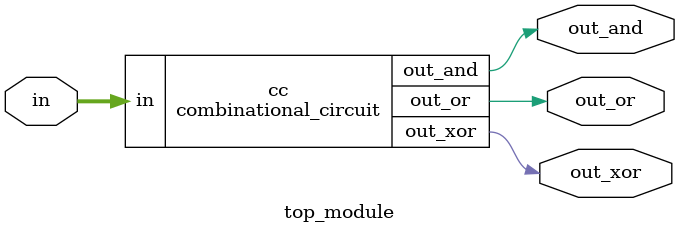
<source format=v>
module combinational_circuit(
    input [3:0] in,
    output out_and,
    output out_or,
    output out_xor
);

wire [1:0] mux_out_and;
wire [1:0] mux_out_or;
wire [1:0] mux_out_xor;

assign mux_out_and[0] = in[0] & in[1];
assign mux_out_and[1] = in[2] & in[3];

assign mux_out_or[0] = in[0] | in[1];
assign mux_out_or[1] = in[2] | in[3];

assign mux_out_xor[0] = in[0] ^ in[1];
assign mux_out_xor[1] = in[2] ^ in[3];

assign out_and = mux_out_and[0] & mux_out_and[1];
assign out_or = mux_out_or[0] | mux_out_or[1];
assign out_xor = mux_out_xor[0] ^ mux_out_xor[1];

endmodule

module top_module( 
    input [3:0] in,
    output out_and,
    output out_or,
    output out_xor
);

combinational_circuit cc(
    .in(in),
    .out_and(out_and),
    .out_or(out_or),
    .out_xor(out_xor)
);

endmodule
</source>
